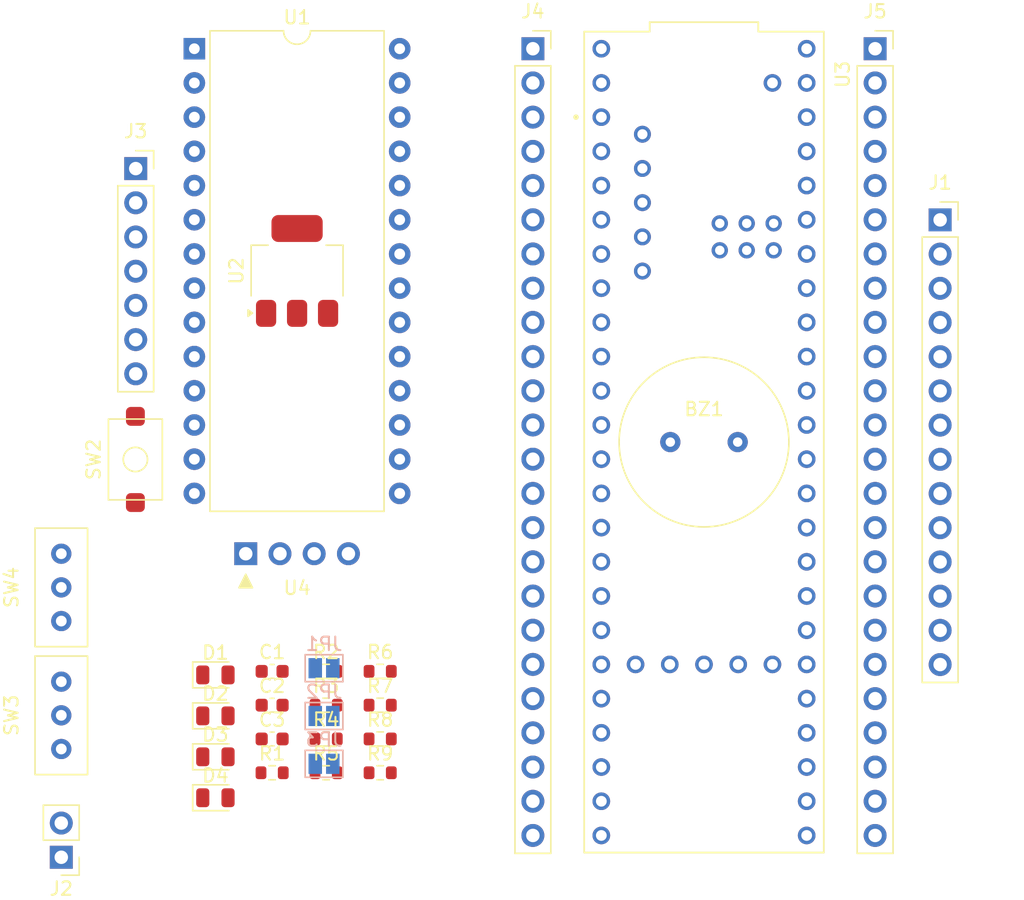
<source format=kicad_pcb>
(kicad_pcb (version 20240108) (generator "pcbnew") (generator_version "8.0")
  (layers (0 "F.Cu" signal) (31 "B.Cu" signal) (34 "B.Paste" user) (35 "F.Paste" user) (36 "B.SilkS" user "B.Silkscreen") (37 "F.SilkS" user "F.Silkscreen") (38 "B.Mask" user) (39 "F.Mask" user) (44 "Edge.Cuts" user))
  (net 0 "")
  (net 1 "GND")
  (net 2 "T-5")
  (net 3 "Net-(J2-Pin_1)")
  (net 4 "+3.3V")
  (net 5 "3.3-EXT.")
  (net 6 "Net-(D1-A)")
  (net 7 "Net-(D2-A)")
  (net 8 "Net-(D3-A)")
  (net 9 "Net-(D4-A)")
  (net 10 "T-26")
  (net 11 "DC-RS")
  (net 12 "T-27")
  (net 13 "D_IRQ")
  (net 14 "SCK")
  (net 15 "T-0")
  (net 16 "CS")
  (net 17 "RESET")
  (net 18 "SDI{slash}MOSI")
  (net 19 "T-1")
  (net 20 "SDO{slash}MISO")
  (net 21 "7")
  (net 23 "VBUS")
  (net 24 "21")
  (net 25 "RX-TWE")
  (net 26 "TX-TWE")
  (net 27 "T-30")
  (net 28 "T-28")
  (net 29 "T-29")
  (net 30 "T-32")
  (net 31 "3")
  (net 32 "T-31")
  (net 33 "T-24")
  (net 34 "T-9")
  (net 35 "10")
  (net 36 "T-25")
  (net 37 "T-6")
  (net 38 "T-14")
  (net 39 "T-35")
  (net 40 "T-40")
  (net 41 "T-37")
  (net 42 "T-41")
  (net 43 "T-18")
  (net 44 "T-34")
  (net 45 "T-15")
  (net 46 "T-36")
  (net 47 "T-38")
  (net 48 "T-17")
  (net 49 "T-21")
  (net 50 "T-19")
  (net 51 "T-39")
  (net 52 "T-20")
  (net 53 "T-22")
  (net 54 "T-23")
  (net 55 "T-16")
  (net 56 "T-33")
  (net 57 "VIN")
  (net 58 "Net-(JP3-A)")
  (net 59 "2")
  (net 60 "19")
  (net 61 "Net-(SW3-A)")
  (net 62 "Net-(SW4-A)")
  (net 63 "16")
  (net 64 "15")
  (net 65 "23")
  (net 66 "25")
  (net 67 "5")
  (net 68 "8")
  (net 69 "18")
  (net 70 "20")
  (net 71 "24")
  (net 72 "26")
  (net 73 "12")
  (net 74 "9")
  (net 75 "17")
  (net 76 "6")
  (net 77 "13")
  (net 78 "27")
  (net 79 "4")
  (net 80 "22")
  (net 81 "11")
  (footprint "@2024-cansat:SS12D01G4" (layer "F.Cu") (at 186.5 82 90)
    (property "Reference" "SW4" (at 0 -3.7 90) (layer "F.SilkS"))
    (property "Value" "SW_SPDT")
    (fp_rect (start 4.4 -1.95) (end -4.4 1.95) (stroke (width 0.12)) (fill none) (layer "F.SilkS"))
    (pad "1" thru_hole circle (at -2.5 0 90) (size 1.5 1.5) (drill 0.8) (layers "*.Cu" "*.Mask") (net 62 "Net-(SW4-A)"))
    (pad "2" thru_hole circle (at 0 0 90) (size 1.5 1.5) (drill 0.8) (layers "*.Cu" "*.Mask") (net 66 "25"))
    (pad "3" thru_hole circle (at 2.5 0 90) (size 1.5 1.5) (drill 0.8) (layers "*.Cu" "*.Mask") (net 1 "GND"))
  )
  (footprint "Capacitor_SMD:C_0603_1608Metric" (layer "F.Cu") (at 202.1475 90.745)
    (property "Reference" "C2" (at 0 -1.43 0) (layer "F.SilkS"))
    (property "Value" "0.1uF")
    (fp_line (start -0.14058 -0.51) (end 0.14058 -0.51) (stroke (width 0.12)) (layer "F.SilkS"))
    (fp_line (start -0.14058 0.51) (end 0.14058 0.51) (stroke (width 0.12)) (layer "F.SilkS"))
    (pad "1" smd roundrect (at -0.775 0) (size 0.9 0.95) (layers "F.Cu" "F.Paste" "F.Mask") (net 4 "+3.3V"))
    (pad "2" smd roundrect (at 0.775 0) (size 0.9 0.95) (layers "F.Cu" "F.Paste" "F.Mask") (net 1 "GND"))
  )
  (footprint "LED_SMD:LED_0805_2012Metric" (layer "F.Cu") (at 197.9375 91.54)
    (property "Reference" "D2" (at 0 -1.65 0) (layer "F.SilkS"))
    (property "Value" "PWR")
    (fp_line (start -1.685 -0.96) (end -1.685 0.96) (stroke (width 0.12)) (layer "F.SilkS"))
    (fp_line (start -1.685 0.96) (end 1 0.96) (stroke (width 0.12)) (layer "F.SilkS"))
    (fp_line (start 1 -0.96) (end -1.685 -0.96) (stroke (width 0.12)) (layer "F.SilkS"))
    (pad "1" smd roundrect (at -0.9375 0) (size 0.975 1.4) (layers "F.Cu" "F.Paste" "F.Mask") (net 1 "GND"))
    (pad "2" smd roundrect (at 0.9375 0) (size 0.975 1.4) (layers "F.Cu" "F.Paste" "F.Mask") (net 7 "Net-(D2-A)"))
  )
  (footprint "Resistor_SMD:R_0603_1608Metric" (layer "F.Cu") (at 206.1575 93.255)
    (property "Reference" "R4" (at 0 -1.43 0) (layer "F.SilkS"))
    (property "Value" "1K")
    (fp_line (start -0.237258 -0.5225) (end 0.237258 -0.5225) (stroke (width 0.12)) (layer "F.SilkS"))
    (fp_line (start -0.237258 0.5225) (end 0.237258 0.5225) (stroke (width 0.12)) (layer "F.SilkS"))
    (pad "1" smd roundrect (at -0.825 0) (size 0.8 0.95) (layers "F.Cu" "F.Paste" "F.Mask") (net 60 "19"))
    (pad "2" smd roundrect (at 0.825 0) (size 0.8 0.95) (layers "F.Cu" "F.Paste" "F.Mask") (net 4 "+3.3V"))
  )
  (footprint "Connector_PinHeader_2.54mm:PinHeader_1x02_P2.54mm_Vertical" (layer "F.Cu") (at 186.5 102.04 180)
    (property "Reference" "J2" (at 0 -2.33 360) (layer "F.SilkS"))
    (property "Value" "Ext. PWR")
    (fp_line (start 1.33 1.27) (end 1.33 3.87) (stroke (width 0.12)) (layer "F.SilkS"))
    (fp_line (start -1.33 3.87) (end 1.33 3.87) (stroke (width 0.12)) (layer "F.SilkS"))
    (fp_line (start -1.33 1.27) (end 1.33 1.27) (stroke (width 0.12)) (layer "F.SilkS"))
    (fp_line (start -1.33 1.27) (end -1.33 3.87) (stroke (width 0.12)) (layer "F.SilkS"))
    (fp_line (start -1.33 0) (end -1.33 -1.33) (stroke (width 0.12)) (layer "F.SilkS"))
    (fp_line (start -1.33 -1.33) (end 0 -1.33) (stroke (width 0.12)) (layer "F.SilkS"))
    (pad "1" thru_hole rect (at 0 0 180) (size 1.7 1.7) (drill 1) (layers "*.Cu" "*.Mask") (net 3 "Net-(J2-Pin_1)"))
    (pad "2" thru_hole oval (at 0 2.54 180) (size 1.7 1.7) (drill 1) (layers "*.Cu" "*.Mask") (net 1 "GND"))
  )
  (footprint "LED_SMD:LED_0805_2012Metric" (layer "F.Cu") (at 197.9375 88.5)
    (property "Reference" "D1" (at 0 -1.65 0) (layer "F.SilkS"))
    (property "Value" "PWR")
    (fp_line (start -1.685 -0.96) (end -1.685 0.96) (stroke (width 0.12)) (layer "F.SilkS"))
    (fp_line (start -1.685 0.96) (end 1 0.96) (stroke (width 0.12)) (layer "F.SilkS"))
    (fp_line (start 1 -0.96) (end -1.685 -0.96) (stroke (width 0.12)) (layer "F.SilkS"))
    (pad "1" smd roundrect (at -0.9375 0) (size 0.975 1.4) (layers "F.Cu" "F.Paste" "F.Mask") (net 1 "GND"))
    (pad "2" smd roundrect (at 0.9375 0) (size 0.975 1.4) (layers "F.Cu" "F.Paste" "F.Mask") (net 6 "Net-(D1-A)"))
  )
  (footprint "Resistor_SMD:R_0603_1608Metric" (layer "F.Cu") (at 210.1675 90.745)
    (property "Reference" "R7" (at 0 -1.43 0) (layer "F.SilkS"))
    (property "Value" "R_Small")
    (fp_line (start -0.237258 -0.5225) (end 0.237258 -0.5225) (stroke (width 0.12)) (layer "F.SilkS"))
    (fp_line (start -0.237258 0.5225) (end 0.237258 0.5225) (stroke (width 0.12)) (layer "F.SilkS"))
    (pad "1" smd roundrect (at -0.825 0) (size 0.8 0.95) (layers "F.Cu" "F.Paste" "F.Mask") (net 62 "Net-(SW4-A)"))
    (pad "2" smd roundrect (at 0.825 0) (size 0.8 0.95) (layers "F.Cu" "F.Paste" "F.Mask") (net 4 "+3.3V"))
  )
  (footprint "Resistor_SMD:R_0603_1608Metric" (layer "F.Cu") (at 206.1575 95.765)
    (property "Reference" "R5" (at 0 -1.43 0) (layer "F.SilkS"))
    (property "Value" "10K")
    (fp_line (start -0.237258 -0.5225) (end 0.237258 -0.5225) (stroke (width 0.12)) (layer "F.SilkS"))
    (fp_line (start -0.237258 0.5225) (end 0.237258 0.5225) (stroke (width 0.12)) (layer "F.SilkS"))
    (pad "1" smd roundrect (at -0.825 0) (size 0.8 0.95) (layers "F.Cu" "F.Paste" "F.Mask") (net 4 "+3.3V"))
    (pad "2" smd roundrect (at 0.825 0) (size 0.8 0.95) (layers "F.Cu" "F.Paste" "F.Mask") (net 24 "21"))
  )
  (footprint "@2024-cansat:Display" (layer "F.Cu") (at 204 79.5)
    (property "Reference" "U4" (at 0 2.54 0) (layer "F.SilkS"))
    (property "Value" "~" (hide yes))
    (fp_poly (pts (xy -3.81 1.524) (xy -3.31 2.524) (xy -4.31 2.524)) (stroke (width 0.12)) (fill solid) (layer "F.SilkS"))
    (pad "1" thru_hole rect (at -3.81 0 90) (size 1.7 1.7) (drill 1) (layers "*.Cu" "*.Mask") (net 1 "GND"))
    (pad "2" thru_hole oval (at -1.27 0 90) (size 1.7 1.7) (drill 1) (layers "*.Cu" "*.Mask") (net 4 "+3.3V"))
    (pad "3" thru_hole oval (at 1.27 0 90) (size 1.7 1.7) (drill 1) (layers "*.Cu" "*.Mask") (net 59 "2"))
    (pad "4" thru_hole oval (at 3.81 0 90) (size 1.7 1.7) (drill 1) (layers "*.Cu" "*.Mask") (net 60 "19"))
  )
  (footprint "Connector_PinSocket_2.54mm:PinSocket_1x24_P2.54mm_Vertical" (layer "F.Cu") (at 246.9 42)
    (property "Reference" "J5" (at 0 -2.77 0) (layer "F.SilkS"))
    (property "Value" "Conn_01x24_Pin")
    (fp_line (start -1.33 1.27) (end -1.33 59.75) (stroke (width 0.12)) (layer "F.SilkS"))
    (fp_line (start -1.33 1.27) (end 1.33 1.27) (stroke (width 0.12)) (layer "F.SilkS"))
    (fp_line (start -1.33 59.75) (end 1.33 59.75) (stroke (width 0.12)) (layer "F.SilkS"))
    (fp_line (start 0 -1.33) (end 1.33 -1.33) (stroke (width 0.12)) (layer "F.SilkS"))
    (fp_line (start 1.33 -1.33) (end 1.33 0) (stroke (width 0.12)) (layer "F.SilkS"))
    (fp_line (start 1.33 1.27) (end 1.33 59.75) (stroke (width 0.12)) (layer "F.SilkS"))
    (pad "1" thru_hole rect (at 0 0) (size 1.7 1.7) (drill 1) (layers "*.Cu" "*.Mask") (net 57 "VIN"))
    (pad "2" thru_hole oval (at 0 2.54) (size 1.7 1.7) (drill 1) (layers "*.Cu" "*.Mask") (net 1 "GND"))
    (pad "3" thru_hole oval (at 0 5.08) (size 1.7 1.7) (drill 1) (layers "*.Cu" "*.Mask") (net 4 "+3.3V"))
    (pad "4" thru_hole oval (at 0 7.62) (size 1.7 1.7) (drill 1) (layers "*.Cu" "*.Mask") (net 54 "T-23"))
    (pad "5" thru_hole oval (at 0 10.16) (size 1.7 1.7) (drill 1) (layers "*.Cu" "*.Mask") (net 53 "T-22"))
    (pad "6" thru_hole oval (at 0 12.7) (size 1.7 1.7) (drill 1) (layers "*.Cu" "*.Mask") (net 49 "T-21"))
    (pad "7" thru_hole oval (at 0 15.24) (size 1.7 1.7) (drill 1) (layers "*.Cu" "*.Mask") (net 52 "T-20"))
    (pad "8" thru_hole oval (at 0 17.78) (size 1.7 1.7) (drill 1) (layers "*.Cu" "*.Mask") (net 50 "T-19"))
    (pad "9" thru_hole oval (at 0 20.32) (size 1.7 1.7) (drill 1) (layers "*.Cu" "*.Mask") (net 43 "T-18"))
    (pad "10" thru_hole oval (at 0 22.86) (size 1.7 1.7) (drill 1) (layers "*.Cu" "*.Mask") (net 48 "T-17"))
    (pad "11" thru_hole oval (at 0 25.4) (size 1.7 1.7) (drill 1) (layers "*.Cu" "*.Mask") (net 55 "T-16"))
    (pad "12" thru_hole oval (at 0 27.94) (size 1.7 1.7) (drill 1) (layers "*.Cu" "*.Mask") (net 45 "T-15"))
    (pad "13" thru_hole oval (at 0 30.48) (size 1.7 1.7) (drill 1) (layers "*.Cu" "*.Mask") (net 38 "T-14"))
    (pad "14" thru_hole oval (at 0 33.02) (size 1.7 1.7) (drill 1) (layers "*.Cu" "*.Mask") (net 14 "SCK"))
    (pad "15" thru_hole oval (at 0 35.56) (size 1.7 1.7) (drill 1) (layers "*.Cu" "*.Mask") (net 1 "GND"))
    (pad "16" thru_hole oval (at 0 38.1) (size 1.7 1.7) (drill 1) (layers "*.Cu" "*.Mask") (net 42 "T-41"))
    (pad "17" thru_hole oval (at 0 40.64) (size 1.7 1.7) (drill 1) (layers "*.Cu" "*.Mask") (net 40 "T-40"))
    (pad "18" thru_hole oval (at 0 43.18) (size 1.7 1.7) (drill 1) (layers "*.Cu" "*.Mask") (net 51 "T-39"))
    (pad "19" thru_hole oval (at 0 45.72) (size 1.7 1.7) (drill 1) (layers "*.Cu" "*.Mask") (net 47 "T-38"))
    (pad "20" thru_hole oval (at 0 48.26) (size 1.7 1.7) (drill 1) (layers "*.Cu" "*.Mask") (net 41 "T-37"))
    (pad "21" thru_hole oval (at 0 50.8) (size 1.7 1.7) (drill 1) (layers "*.Cu" "*.Mask") (net 46 "T-36"))
    (pad "22" thru_hole oval (at 0 53.34) (size 1.7 1.7) (drill 1) (layers "*.Cu" "*.Mask") (net 39 "T-35"))
    (pad "23" thru_hole oval (at 0 55.88) (size 1.7 1.7) (drill 1) (layers "*.Cu" "*.Mask") (net 44 "T-34"))
    (pad "24" thru_hole oval (at 0 58.42) (size 1.7 1.7) (drill 1) (layers "*.Cu" "*.Mask") (net 56 "T-33"))
  )
  (footprint "Capacitor_SMD:C_0603_1608Metric" (layer "F.Cu") (at 202.1475 93.255)
    (property "Reference" "C3" (at 0 -1.43 0) (layer "F.SilkS"))
    (property "Value" "10uF")
    (fp_line (start -0.14058 -0.51) (end 0.14058 -0.51) (stroke (width 0.12)) (layer "F.SilkS"))
    (fp_line (start -0.14058 0.51) (end 0.14058 0.51) (stroke (width 0.12)) (layer "F.SilkS"))
    (pad "1" smd roundrect (at -0.775 0) (size 0.9 0.95) (layers "F.Cu" "F.Paste" "F.Mask") (net 5 "3.3-EXT."))
    (pad "2" smd roundrect (at 0.775 0) (size 0.9 0.95) (layers "F.Cu" "F.Paste" "F.Mask") (net 1 "GND"))
  )
  (footprint "Resistor_SMD:R_0603_1608Metric" (layer "F.Cu") (at 210.1675 88.235)
    (property "Reference" "R6" (at 0 -1.43 0) (layer "F.SilkS"))
    (property "Value" "R_Small")
    (fp_line (start -0.237258 -0.5225) (end 0.237258 -0.5225) (stroke (width 0.12)) (layer "F.SilkS"))
    (fp_line (start -0.237258 0.5225) (end 0.237258 0.5225) (stroke (width 0.12)) (layer "F.SilkS"))
    (pad "1" smd roundrect (at -0.825 0) (size 0.8 0.95) (layers "F.Cu" "F.Paste" "F.Mask") (net 61 "Net-(SW3-A)"))
    (pad "2" smd roundrect (at 0.825 0) (size 0.8 0.95) (layers "F.Cu" "F.Paste" "F.Mask") (net 4 "+3.3V"))
  )
  (footprint "Resistor_SMD:R_0603_1608Metric" (layer "F.Cu") (at 202.1475 95.765)
    (property "Reference" "R1" (at 0 -1.43 0) (layer "F.SilkS"))
    (property "Value" "330")
    (fp_line (start -0.237258 -0.5225) (end 0.237258 -0.5225) (stroke (width 0.12)) (layer "F.SilkS"))
    (fp_line (start -0.237258 0.5225) (end 0.237258 0.5225) (stroke (width 0.12)) (layer "F.SilkS"))
    (pad "1" smd roundrect (at -0.825 0) (size 0.8 0.95) (layers "F.Cu" "F.Paste" "F.Mask") (net 5 "3.3-EXT."))
    (pad "2" smd roundrect (at 0.825 0) (size 0.8 0.95) (layers "F.Cu" "F.Paste" "F.Mask") (net 6 "Net-(D1-A)"))
  )
  (footprint "Package_DIP:DIP-28_W15.24mm" (layer "F.Cu") (at 196.375 42)
    (property "Reference" "U1" (at 7.62 -2.33 0) (layer "F.SilkS"))
    (property "Value" "TWE-L-DP-W")
    (fp_line (start 1.16 -1.33) (end 1.16 34.35) (stroke (width 0.12)) (layer "F.SilkS"))
    (fp_line (start 1.16 34.35) (end 14.08 34.35) (stroke (width 0.12)) (layer "F.SilkS"))
    (fp_line (start 6.62 -1.33) (end 1.16 -1.33) (stroke (width 0.12)) (layer "F.SilkS"))
    (fp_line (start 14.08 -1.33) (end 8.62 -1.33) (stroke (width 0.12)) (layer "F.SilkS"))
    (fp_line (start 14.08 34.35) (end 14.08 -1.33) (stroke (width 0.12)) (layer "F.SilkS"))
    (fp_arc (start 8.62 -1.33) (mid 7.62 -0.33) (end 6.62 -1.33) (stroke (width 0.12)) (layer "F.SilkS"))
    (pad "1" thru_hole rect (at 0 0) (size 1.6 1.6) (drill 0.8) (layers "*.Cu" "*.Mask") (net 1 "GND"))
    (pad "2" thru_hole oval (at 0 2.54) (size 1.6 1.6) (drill 0.8) (layers "*.Cu" "*.Mask") (net 59 "2"))
    (pad "3" thru_hole oval (at 0 5.08) (size 1.6 1.6) (drill 0.8) (layers "*.Cu" "*.Mask") (net 31 "3"))
    (pad "4" thru_hole oval (at 0 7.62) (size 1.6 1.6) (drill 0.8) (layers "*.Cu" "*.Mask") (net 79 "4"))
    (pad "5" thru_hole oval (at 0 10.16) (size 1.6 1.6) (drill 0.8) (layers "*.Cu" "*.Mask") (net 67 "5"))
    (pad "6" thru_hole oval (at 0 12.7) (size 1.6 1.6) (drill 0.8) (layers "*.Cu" "*.Mask") (net 76 "6"))
    (pad "7" thru_hole oval (at 0 15.24) (size 1.6 1.6) (drill 0.8) (layers "*.Cu" "*.Mask") (net 21 "7"))
    (pad "8" thru_hole oval (at 0 17.78) (size 1.6 1.6) (drill 0.8) (layers "*.Cu" "*.Mask") (net 68 "8"))
    (pad "9" thru_hole oval (at 0 20.32) (size 1.6 1.6) (drill 0.8) (layers "*.Cu" "*.Mask") (net 74 "9"))
    (pad "10" thru_hole oval (at 0 22.86) (size 1.6 1.6) (drill 0.8) (layers "*.Cu" "*.Mask") (net 35 "10"))
    (pad "11" thru_hole oval (at 0 25.4) (size 1.6 1.6) (drill 0.8) (layers "*.Cu" "*.Mask") (net 81 "11"))
    (pad "12" thru_hole oval (at 0 27.94) (size 1.6 1.6) (drill 0.8) (layers "*.Cu" "*.Mask") (net 73 "12"))
    (pad "13" thru_hole oval (at 0 30.48) (size 1.6 1.6) (drill 0.8) (layers "*.Cu" "*.Mask") (net 77 "13"))
    (pad "14" thru_hole oval (at 0 33.02) (size 1.6 1.6) (drill 0.8) (layers "*.Cu" "*.Mask") (net 1 "GND"))
    (pad "15" thru_hole oval (at 15.24 33.02) (size 1.6 1.6) (drill 0.8) (layers "*.Cu" "*.Mask") (net 64 "15"))
    (pad "16" thru_hole oval (at 15.24 30.48) (size 1.6 1.6) (drill 0.8) (layers "*.Cu" "*.Mask") (net 63 "16"))
    (pad "17" thru_hole oval (at 15.24 27.94) (size 1.6 1.6) (drill 0.8) (layers "*.Cu" "*.Mask") (net 75 "17"))
    (pad "18" thru_hole oval (at 15.24 25.4) (size 1.6 1.6) (drill 0.8) (layers "*.Cu" "*.Mask") (net 69 "18"))
    (pad "19" thru_hole oval (at 15.24 22.86) (size 1.6 1.6) (drill 0.8) (layers "*.Cu" "*.Mask") (net 60 "19"))
    (pad "20" thru_hole oval (at 15.24 20.32) (size 1.6 1.6) (drill 0.8) (layers "*.Cu" "*.Mask") (net 70 "20"))
    (pad "21" thru_hole oval (at 15.24 17.78) (size 1.6 1.6) (drill 0.8) (layers "*.Cu" "*.Mask") (net 24 "21"))
    (pad "22" thru_hole oval (at 15.24 15.24) (size 1.6 1.6) (drill 0.8) (layers "*.Cu" "*.Mask") (net 80 "22"))
    (pad "23" thru_hole oval (at 15.24 12.7) (size 1.6 1.6) (drill 0.8) (layers "*.Cu" "*.Mask") (net 65 "23"))
    (pad "24" thru_hole oval (at 15.24 10.16) (size 1.6 1.6) (drill 0.8) (layers "*.Cu" "*.Mask") (net 71 "24"))
    (pad "25" thru_hole oval (at 15.24 7.62) (size 1.6 1.6) (drill 0.8) (layers "*.Cu" "*.Mask") (net 66 "25"))
    (pad "26" thru_hole oval (at 15.24 5.08) (size 1.6 1.6) (drill 0.8) (layers "*.Cu" "*.Mask") (net 72 "26"))
    (pad "27" thru_hole oval (at 15.24 2.54) (size 1.6 1.6) (drill 0.8) (layers "*.Cu" "*.Mask") (net 78 "27"))
    (pad "28" thru_hole oval (at 15.24 0) (size 1.6 1.6) (drill 0.8) (layers "*.Cu" "*.Mask") (net 4 "+3.3V"))
  )
  (footprint "@2024-cansat:SS12D01G4" (layer "F.Cu") (at 186.5 91.5 90)
    (property "Reference" "SW3" (at 0 -3.7 90) (layer "F.SilkS"))
    (property "Value" "SW_SPDT")
    (fp_rect (start 4.4 -1.95) (end -4.4 1.95) (stroke (width 0.12)) (fill none) (layer "F.SilkS"))
    (pad "1" thru_hole circle (at -2.5 0 90) (size 1.5 1.5) (drill 0.8) (layers "*.Cu" "*.Mask") (net 61 "Net-(SW3-A)"))
    (pad "2" thru_hole circle (at 0 0 90) (size 1.5 1.5) (drill 0.8) (layers "*.Cu" "*.Mask") (net 65 "23"))
    (pad "3" thru_hole circle (at 2.5 0 90) (size 1.5 1.5) (drill 0.8) (layers "*.Cu" "*.Mask") (net 1 "GND"))
  )
  (footprint "Connector_PinSocket_2.54mm:PinSocket_1x07_P2.54mm_Vertical" (layer "F.Cu") (at 192.025 50.9)
    (property "Reference" "J3" (at 0 -2.77 0) (layer "F.SilkS"))
    (property "Value" "Conn_01x07_Pin")
    (fp_line (start -1.33 1.27) (end -1.33 16.57) (stroke (width 0.12)) (layer "F.SilkS"))
    (fp_line (start -1.33 1.27) (end 1.33 1.27) (stroke (width 0.12)) (layer "F.SilkS"))
    (fp_line (start -1.33 16.57) (end 1.33 16.57) (stroke (width 0.12)) (layer "F.SilkS"))
    (fp_line (start 0 -1.33) (end 1.33 -1.33) (stroke (width 0.12)) (layer "F.SilkS"))
    (fp_line (start 1.33 -1.33) (end 1.33 0) (stroke (width 0.12)) (layer "F.SilkS"))
    (fp_line (start 1.33 1.27) (end 1.33 16.57) (stroke (width 0.12)) (layer "F.SilkS"))
    (pad "1" thru_hole rect (at 0 0) (size 1.7 1.7) (drill 1) (layers "*.Cu" "*.Mask") (net 1 "GND"))
    (pad "2" thru_hole oval (at 0 2.54) (size 1.7 1.7) (drill 1) (layers "*.Cu" "*.Mask") (net 26 "TX-TWE"))
    (pad "3" thru_hole oval (at 0 5.08) (size 1.7 1.7) (drill 1) (layers "*.Cu" "*.Mask") (net 21 "7"))
    (pad "4" thru_hole oval (at 0 7.62) (size 1.7 1.7) (drill 1) (layers "*.Cu" "*.Mask") (net 25 "RX-TWE"))
    (pad "5" thru_hole oval (at 0 10.16) (size 1.7 1.7) (drill 1) (layers "*.Cu" "*.Mask") (net 24 "21"))
    (pad "6" thru_hole oval (at 0 12.7) (size 1.7 1.7) (drill 1) (layers "*.Cu" "*.Mask") (net 23 "VBUS"))
    (pad "7" thru_hole oval (at 0 15.24) (size 1.7 1.7) (drill 1) (layers "*.Cu" "*.Mask"))
  )
  (footprint "LED_SMD:LED_0805_2012Metric" (layer "F.Cu") (at 197.9375 97.62)
    (property "Reference" "D4" (at 0 -1.65 0) (layer "F.SilkS"))
    (property "Value" "LED2")
    (fp_line (start -1.685 -0.96) (end -1.685 0.96) (stroke (width 0.12)) (layer "F.SilkS"))
    (fp_line (start -1.685 0.96) (end 1 0.96) (stroke (width 0.12)) (layer "F.SilkS"))
    (fp_line (start 1 -0.96) (end -1.685 -0.96) (stroke (width 0.12)) (layer "F.SilkS"))
    (pad "1" smd roundrect (at -0.9375 0) (size 0.975 1.4) (layers "F.Cu" "F.Paste" "F.Mask") (net 1 "GND"))
    (pad "2" smd roundrect (at 0.9375 0) (size 0.975 1.4) (layers "F.Cu" "F.Paste" "F.Mask") (net 9 "Net-(D4-A)"))
  )
  (footprint "Resistor_SMD:R_0603_1608Metric" (layer "F.Cu") (at 206.1575 88.235)
    (property "Reference" "R2" (at 0 -1.43 0) (layer "F.SilkS"))
    (property "Value" "330")
    (fp_line (start -0.237258 -0.5225) (end 0.237258 -0.5225) (stroke (width 0.12)) (layer "F.SilkS"))
    (fp_line (start -0.237258 0.5225) (end 0.237258 0.5225) (stroke (width 0.12)) (layer "F.SilkS"))
    (pad "1" smd roundrect (at -0.825 0) (size 0.8 0.95) (layers "F.Cu" "F.Paste" "F.Mask") (net 4 "+3.3V"))
    (pad "2" smd roundrect (at 0.825 0) (size 0.8 0.95) (layers "F.Cu" "F.Paste" "F.Mask") (net 7 "Net-(D2-A)"))
  )
  (footprint "@2024-cansat:Tactile1" (layer "F.Cu") (at 192 72.5 90)
    (property "Reference" "SW2" (at 0 -3.1 90) (layer "F.SilkS"))
    (property "Value" "RESET")
    (fp_rect (start -3 -2) (end 3 2) (stroke (width 0.12)) (fill none) (layer "F.SilkS"))
    (fp_circle (center 0 0) (end 0.9 0) (stroke (width 0.12)) (fill none) (layer "F.SilkS"))
    (pad "1" smd roundrect (at -3.2 0 90) (size 1.4 1.4) (layers "F.Cu" "F.Paste" "F.Mask") (net 24 "21"))
    (pad "2" smd roundrect (at 3.2 0 90) (size 1.4 1.4) (layers "F.Cu" "F.Paste" "F.Mask") (net 1 "GND"))
  )
  (footprint "@2024-cansat:MODULE_DEV-16771" (layer "F.Cu") (at 234.2 71.21 -90)
    (property "Reference" "U3" (at -27.305 -10.295 90) (layer "F.SilkS"))
    (property "Value" "DEV-16771")
    (fp_line (start -30.48 8.89) (end -30.48 4.03) (stroke (width 0.127)) (layer "F.SilkS"))
    (fp_line (start 30.48 8.89) (end -30.48 8.89) (stroke (width 0.127)) (layer "F.SilkS"))
    (fp_line (start -31.18 4.03) (end -31.18 -4.03) (stroke (width 0.127)) (layer "F.SilkS"))
    (fp_line (start -30.48 4.03) (end -31.18 4.03) (stroke (width 0.127)) (layer "F.SilkS"))
    (fp_line (start -30.48 -4.03) (end -31.18 -4.03) (stroke (width 0.127)) (layer "F.SilkS"))
    (fp_line (start -30.48 -8.89) (end -30.48 -4.03) (stroke (width 0.127)) (layer "F.SilkS"))
    (fp_line (start -30.48 -8.89) (end 30.48 -8.89) (stroke (width 0.127)) (layer "F.SilkS"))
    (fp_line (start 30.48 -8.89) (end 30.48 8.89) (stroke (width 0.127)) (layer "F.SilkS"))
    (fp_circle (center -24.13 9.5) (end -24.03 9.5) (stroke (width 0.2)) (fill none) (layer "F.SilkS"))
    (pad "0" thru_hole circle (at -26.67 7.62 270) (size 1.308 1.308) (drill 0.8) (layers "*.Cu" "*.Mask") (net 15 "T-0"))
    (pad "1" thru_hole circle (at -24.13 7.62 270) (size 1.308 1.308) (drill 0.8) (layers "*.Cu" "*.Mask") (net 19 "T-1"))
    (pad "2" thru_hole circle (at -21.59 7.62 270) (size 1.308 1.308) (drill 0.8) (layers "*.Cu" "*.Mask") (net 17 "RESET"))
    (pad "3" thru_hole circle (at -19.05 7.62 270) (size 1.308 1.308) (drill 0.8) (layers "*.Cu" "*.Mask") (net 11 "DC-RS"))
    (pad "3.3V_1" thru_hole circle (at 6.35 7.62 270) (size 1.308 1.308) (drill 0.8) (layers "*.Cu" "*.Mask") (net 58 "Net-(JP3-A)"))
    (pad "3.3V_2" thru_hole circle (at -24.13 -7.62 270) (size 1.308 1.308) (drill 0.8) (layers "*.Cu" "*.Mask") (net 58 "Net-(JP3-A)"))
    (pad "3.3V_3" thru_hole circle (at 16.51 2.54 270) (size 1.308 1.308) (drill 0.8) (layers "*.Cu" "*.Mask") (net 58 "Net-(JP3-A)"))
    (pad "4" thru_hole circle (at -16.51 7.62 270) (size 1.308 1.308) (drill 0.8) (layers "*.Cu" "*.Mask") (net 13 "D_IRQ"))
    (pad "5" thru_hole circle (at -13.97 7.62 270) (size 1.308 1.308) (drill 0.8) (layers "*.Cu" "*.Mask") (net 2 "T-5"))
    (pad "5V" thru_hole circle (at -22.86 4.57 270) (size 1.258 1.258) (drill 0.75) (layers "*.Cu" "*.Mask"))
    (pad "6" thru_hole circle (at -11.43 7.62 270) (size 1.308 1.308) (drill 0.8) (layers "*.Cu" "*.Mask") (net 37 "T-6"))
    (pad "7" thru_hole circle (at -8.89 7.62 270) (size 1.308 1.308) (drill 0.8) (layers "*.Cu" "*.Mask") (net 31 "3"))
    (pad "8" thru_hole circle (at -6.35 7.62 270) (size 1.308 1.308) (drill 0.8) (layers "*.Cu" "*.Mask") (net 35 "10"))
    (pad "9" thru_hole circle (at -3.81 7.62 270) (size 1.308 1.308) (drill 0.8) (layers "*.Cu" "*.Mask") (net 34 "T-9"))
    (pad "10" thru_hole circle (at -1.27 7.62 270) (size 1.308 1.308) (drill 0.8) (layers "*.Cu" "*.Mask") (net 16 "CS"))
    (pad "11" thru_hole circle (at 1.27 7.62 270) (size 1.308 1.308) (drill 0.8) (layers "*.Cu" "*.Mask") (net 18 "SDI{slash}MOSI"))
    (pad "12" thru_hole circle (at 3.81 7.62 270) (size 1.308 1.308) (drill 0.8) (layers "*.Cu" "*.Mask") (net 20 "SDO{slash}MISO"))
    (pad "13" thru_hole circle (at 3.81 -7.62 270) (size 1.308 1.308) (drill 0.8) (layers "*.Cu" "*.Mask") (net 14 "SCK"))
    (pad "14" thru_hole circle (at 1.27 -7.62 270) (size 1.308 1.308) (drill 0.8) (layers "*.Cu" "*.Mask") (net 38 "T-14"))
    (pad "15" thru_hole circle (at -1.27 -7.62 270) (size 1.308 1.308) (drill 0.8) (layers "*.Cu" "*.Mask") (net 45 "T-15"))
    (pad "16" thru_hole circle (at -3.81 -7.62 270) (size 1.308 1.308) (drill 0.8) (layers "*.Cu" "*.Mask") (net 55 "T-16"))
    (pad "17" thru_hole circle (at -6.35 -7.62 270) (size 1.308 1.308) (drill 0.8) (layers "*.Cu" "*.Mask") (net 48 "T-17"))
    (pad "18" thru_hole circle (at -8.89 -7.62 270) (size 1.308 1.308) (drill 0.8) (layers "*.Cu" "*.Mask") (net 43 "T-18"))
    (pad "19" thru_hole circle (at -11.43 -7.62 270) (size 1.308 1.308) (drill 0.8) (layers "*.Cu" "*.Mask") (net 50 "T-19"))
    (pad "20" thru_hole circle (at -13.97 -7.62 270) (size 1.308 1.308) (drill 0.8) (layers "*.Cu" "*.Mask") (net 52 "T-20"))
    (pad "21" thru_hole circle (at -16.51 -7.62 270) (size 1.308 1.308) (drill 0.8) (layers "*.Cu" "*.Mask") (net 49 "T-21"))
    (pad "22" thru_hole circle (at -19.05 -7.62 270) (size 1.308 1.308) (drill 0.8) (layers "*.Cu" "*.Mask") (net 53 "T-22"))
    (pad "23" thru_hole circle (at -21.59 -7.62 270) (size 1.308 1.308) (drill 0.8) (layers "*.Cu" "*.Mask") (net 54 "T-23"))
    (pad "24" thru_hole circle (at 8.89 7.62 270) (size 1.308 1.308) (drill 0.8) (layers "*.Cu" "*.Mask") (net 33 "T-24"))
    (pad "25" thru_hole circle (at 11.43 7.62 270) (size 1.308 1.308) (drill 0.8) (layers "*.Cu" "*.Mask") (net 36 "T-25"))
    (pad "26" thru_hole circle (at 13.97 7.62 270) (size 1.308 1.308) (drill 0.8) (layers "*.Cu" "*.Mask") (net 10 "T-26"))
    (pad "27" thru_hole circle (at 16.51 7.62 270) (size 1.308 1.308) (drill 0.8) (layers "*.Cu" "*.Mask") (net 12 "T-27"))
    (pad "28" thru_hole circle (at 19.05 7.62 270) (size 1.308 1.308) (drill 0.8) (layers "*.Cu" "*.Mask") (net 28 "T-28"))
    (pad "29" thru_hole circle (at 21.59 7.62 270) (size 1.308 1.308) (drill 0.8) (layers "*.Cu" "*.Mask") (net 29 "T-29"))
    (pad "30" thru_hole circle (at 24.13 7.62 270) (size 1.308 1.308) (drill 0.8) (layers "*.Cu" "*.Mask") (net 27 "T-30"))
    (pad "31" thru_hole circle (at 26.67 7.62 270) (size 1.308 1.308) (drill 0.8) (layers "*.Cu" "*.Mask") (net 32 "T-31"))
    (pad "32" thru_hole circle (at 29.21 7.62 270) (size 1.308 1.308) (drill 0.8) (layers "*.Cu" "*.Mask") (net 30 "T-32"))
    (pad "33" thru_hole circle (at 29.21 -7.62 270) (size 1.308 1.308) (drill 0.8) (layers "*.Cu" "*.Mask") (net 56 "T-33"))
    (pad "34" thru_hole circle (at 26.67 -7.62 270) (size 1.308 1.308) (drill 0.8) (layers "*.Cu" "*.Mask") (net 44 "T-34"))
    (pad "35" thru_hole circle (at 24.13 -7.62 270) (size 1.308 1.308) (drill 0.8) (layers "*.Cu" "*.Mask") (net 39 "T-35"))
    (pad "36" thru_hole circle (at 21.59 -7.62 270) (size 1.308 1.308) (drill 0.8) (layers "*.Cu" "*.Mask") (net 46 "T-36"))
    (pad "37" thru_hole circle (at 19.05 -7.62 270) (size 1.308 1.308) (drill 0.8) (layers "*.Cu" "*.Mask") (net 41 "T-37"))
    (pad "38" thru_hole circle (at 16.51 -7.62 270) (size 1.308 1.308) (drill 0.8) (layers "*.Cu" "*.Mask") (net 47 "T-38"))
    (pad "39" thru_hole circle (at 13.97 -7.62 270) (size 1.308 1.308) (drill 0.8) (layers "*.Cu" "*.Mask") (net 51 "T-39"))
    (pad "40" thru_hole circle (at 11.43 -7.62 270) (size 1.308 1.308) (drill 0.8) (layers "*.Cu" "*.Mask") (net 40 "T-40"))
    (pad "41" thru_hole circle (at 8.89 -7.62 270) (size 1.308 1.308) (drill 0.8) (layers "*.Cu" "*.Mask") (net 42 "T-41"))
    (pad "D+" thru_hole circle (at -17.78 4.57 270) (size 1.258 1.258) (drill 0.75) (layers "*.Cu" "*.Mask"))
    (pad "D-" thru_hole circle (at -20.32 4.57 270) (size 1.258 1.258) (drill 0.75) (layers "*.Cu" "*.Mask"))
    (pad "GND1" thru_hole circle (at -29.21 7.62 270) (size 1.308 1.308) (drill 0.8) (layers "*.Cu" "*.Mask") (net 1 "GND"))
    (pad "GND2" thru_hole circle (at 6.35 -7.62 270) (size 1.308 1.308) (drill 0.8) (layers "*.Cu" "*.Mask") (net 1 "GND"))
    (pad "GND3" thru_hole circle (at -26.67 -7.62 270) (size 1.308 1.308) (drill 0.8) (layers "*.Cu" "*.Mask") (net 1 "GND"))
    (pad "GND4" thru_hole circle (at 16.51 0 270) (size 1.308 1.308) (drill 0.8) (layers "*.Cu" "*.Mask") (net 1 "GND"))
    (pad "GND5" thru_hole circle (at -14.24 -3.17 270) (size 1.208 1.208) (drill 0.7) (layers "*.Cu" "*.Mask") (net 1 "GND"))
    (pad "LED" thru_hole circle (at -16.24 -3.17 270) (size 1.208 1.208) (drill 0.7) (layers "*.Cu" "*.Mask"))
    (pad "ON/OFF" thru_hole circle (at 16.51 -5.08 270) (size 1.308 1.308) (drill 0.8) (layers "*.Cu" "*.Mask"))
    (pad "PROGRAM" thru_hole circle (at 16.51 -2.54 270) (size 1.308 1.308) (drill 0.8) (layers "*.Cu" "*.Mask"))
    (pad "R+" thru_hole circle (at -16.24 -5.17 270) (size 1.208 1.208) (drill 0.7) (layers "*.Cu" "*.Mask"))
    (pad "R-" thru_hole circle (at -14.24 -5.17 270) (size 1.208 1.208) (drill 0.7) (layers "*.Cu" "*.Mask"))
    (pad "T+" thru_hole circle (at -14.24 -1.17 270) (size 1.208 1.208) (drill 0.7) (layers "*.Cu" "*.Mask"))
    (pad "T-" thru_hole circle (at -16.24 -1.17 270) (size 1.208 1.208) (drill 0.7) (layers "*.Cu" "*.Mask"))
    (pad "USB_GND1" thru_hole circle (at -15.24 4.57 270) (size 1.258 1.258) (drill 0.75) (layers "*.Cu" "*.Mask") (net 1 "GND"))
    (pad "USB_GND2" thru_hole circle (at -12.7 4.57 270) (size 1.258 1.258) (drill 0.75) (layers "*.Cu" "*.Mask") (net 1 "GND"))
    (pad "VBAT" thru_hole circle (at 16.51 5.08 270) (size 1.308 1.308) (drill 0.8) (layers "*.Cu" "*.Mask"))
    (pad "VIN" thru_hole circle (at -29.21 -7.62 270) (size 1.308 1.308) (drill 0.8) (layers "*.Cu" "*.Mask") (net 57 "VIN"))
    (pad "VUSB" thru_hole circle (at -26.67 -5.08 270) (size 1.308 1.308) (drill 0.8) (layers "*.Cu" "*.Mask"))
  )
  (footprint "Resistor_SMD:R_0603_1608Metric" (layer "F.Cu") (at 210.1675 93.255)
    (property "Reference" "R8" (at 0 -1.43 0) (layer "F.SilkS"))
    (property "Value" "330")
    (fp_line (start -0.237258 -0.5225) (end 0.237258 -0.5225) (stroke (width 0.12)) (layer "F.SilkS"))
    (fp_line (start -0.237258 0.5225) (end 0.237258 0.5225) (stroke (width 0.12)) (layer "F.SilkS"))
    (pad "1" smd roundrect (at -0.825 0) (size 0.8 0.95) (layers "F.Cu" "F.Paste" "F.Mask") (net 63 "16"))
    (pad "2" smd roundrect (at 0.825 0) (size 0.8 0.95) (layers "F.Cu" "F.Paste" "F.Mask") (net 8 "Net-(D3-A)"))
  )
  (footprint "@2024-cansat:PKM13EPYH4000-A0" (layer "F.Cu") (at 234.2 71.21)
    (property "Reference" "BZ1" (at 0 -2.45 0) (layer "F.SilkS"))
    (property "Value" "Buzzer")
    (fp_circle (center 0 0) (end -6.3 0) (stroke (width 0.12)) (fill none) (layer "F.SilkS"))
    (pad "1" thru_hole circle (at -2.5 0) (size 1.5 1.5) (drill 0.7) (layers "*.Cu" "*.Mask") (net 2 "T-5"))
    (pad "2" thru_hole circle (at 2.5 0) (size 1.5 1.5) (drill 0.7) (layers "*.Cu" "*.Mask") (net 1 "GND"))
  )
  (footprint "Capacitor_SMD:C_0603_1608Metric" (layer "F.Cu") (at 202.1475 88.235)
    (property "Reference" "C1" (at 0 -1.43 0) (layer "F.SilkS"))
    (property "Value" "10uF")
    (fp_line (start -0.14058 -0.51) (end 0.14058 -0.51) (stroke (width 0.12)) (layer "F.SilkS"))
    (fp_line (start -0.14058 0.51) (end 0.14058 0.51) (stroke (width 0.12)) (layer "F.SilkS"))
    (pad "1" smd roundrect (at -0.775 0) (size 0.9 0.95) (layers "F.Cu" "F.Paste" "F.Mask") (net 3 "Net-(J2-Pin_1)"))
    (pad "2" smd roundrect (at 0.775 0) (size 0.9 0.95) (layers "F.Cu" "F.Paste" "F.Mask") (net 1 "GND"))
  )
  (footprint "LED_SMD:LED_0805_2012Metric" (layer "F.Cu") (at 197.9375 94.58)
    (property "Reference" "D3" (at 0 -1.65 0) (layer "F.SilkS"))
    (property "Value" "LED1")
    (fp_line (start -1.685 -0.96) (end -1.685 0.96) (stroke (width 0.12)) (layer "F.SilkS"))
    (fp_line (start -1.685 0.96) (end 1 0.96) (stroke (width 0.12)) (layer "F.SilkS"))
    (fp_line (start 1 -0.96) (end -1.685 -0.96) (stroke (width 0.12)) (layer "F.SilkS"))
    (pad "1" smd roundrect (at -0.9375 0) (size 0.975 1.4) (layers "F.Cu" "F.Paste" "F.Mask") (net 1 "GND"))
    (pad "2" smd roundrect (at 0.9375 0) (size 0.975 1.4) (layers "F.Cu" "F.Paste" "F.Mask") (net 8 "Net-(D3-A)"))
  )
  (footprint "Connector_PinSocket_2.54mm:PinSocket_1x24_P2.54mm_Vertical" (layer "F.Cu") (at 221.5 42)
    (property "Reference" "J4" (at 0 -2.77 0) (layer "F.SilkS"))
    (property "Value" "Conn_01x24_Pin")
    (fp_line (start -1.33 1.27) (end -1.33 59.75) (stroke (width 0.12)) (layer "F.SilkS"))
    (fp_line (start -1.33 1.27) (end 1.33 1.27) (stroke (width 0.12)) (layer "F.SilkS"))
    (fp_line (start -1.33 59.75) (end 1.33 59.75) (stroke (width 0.12)) (layer "F.SilkS"))
    (fp_line (start 0 -1.33) (end 1.33 -1.33) (stroke (width 0.12)) (layer "F.SilkS"))
    (fp_line (start 1.33 -1.33) (end 1.33 0) (stroke (width 0.12)) (layer "F.SilkS"))
    (fp_line (start 1.33 1.27) (end 1.33 59.75) (stroke (width 0.12)) (layer "F.SilkS"))
    (pad "1" thru_hole rect (at 0 0) (size 1.7 1.7) (drill 1) (layers "*.Cu" "*.Mask") (net 1 "GND"))
    (pad "2" thru_hole oval (at 0 2.54) (size 1.7 1.7) (drill 1) (layers "*.Cu" "*.Mask") (net 15 "T-0"))
    (pad "3" thru_hole oval (at 0 5.08) (size 1.7 1.7) (drill 1) (layers "*.Cu" "*.Mask") (net 19 "T-1"))
    (pad "4" thru_hole oval (at 0 7.62) (size 1.7 1.7) (drill 1) (layers "*.Cu" "*.Mask") (net 17 "RESET"))
    (pad "5" thru_hole oval (at 0 10.16) (size 1.7 1.7) (drill 1) (layers "*.Cu" "*.Mask") (net 11 "DC-RS"))
    (pad "6" thru_hole oval (at 0 12.7) (size 1.7 1.7) (drill 1) (layers "*.Cu" "*.Mask") (net 13 "D_IRQ"))
    (pad "7" thru_hole oval (at 0 15.24) (size 1.7 1.7) (drill 1) (layers "*.Cu" "*.Mask") (net 2 "T-5"))
    (pad "8" thru_hole oval (at 0 17.78) (size 1.7 1.7) (drill 1) (layers "*.Cu" "*.Mask") (net 37 "T-6"))
    (pad "9" thru_hole oval (at 0 20.32) (size 1.7 1.7) (drill 1) (layers "*.Cu" "*.Mask") (net 31 "3"))
    (pad "10" thru_hole oval (at 0 22.86) (size 1.7 1.7) (drill 1) (layers "*.Cu" "*.Mask") (net 35 "10"))
    (pad "11" thru_hole oval (at 0 25.4) (size 1.7 1.7) (drill 1) (layers "*.Cu" "*.Mask") (net 34 "T-9"))
    (pad "12" thru_hole oval (at 0 27.94) (size 1.7 1.7) (drill 1) (layers "*.Cu" "*.Mask") (net 16 "CS"))
    (pad "13" thru_hole oval (at 0 30.48) (size 1.7 1.7) (drill 1) (layers "*.Cu" "*.Mask") (net 18 "SDI{slash}MOSI"))
    (pad "14" thru_hole oval (at 0 33.02) (size 1.7 1.7) (drill 1) (layers "*.Cu" "*.Mask") (net 20 "SDO{slash}MISO"))
    (pad "15" thru_hole oval (at 0 35.56) (size 1.7 1.7) (drill 1) (layers "*.Cu" "*.Mask") (net 4 "+3.3V"))
    (pad "16" thru_hole oval (at 0 38.1) (size 1.7 1.7) (drill 1) (layers "*.Cu" "*.Mask") (net 33 "T-24"))
    (pad "17" thru_hole oval (at 0 40.64) (size 1.7 1.7) (drill 1) (layers "*.Cu" "*.Mask") (net 36 "T-25"))
    (pad "18" thru_hole oval (at 0 43.18) (size 1.7 1.7) (drill 1) (layers "*.Cu" "*.Mask") (net 10 "T-26"))
    (pad "19" thru_hole oval (at 0 45.72) (size 1.7 1.7) (drill 1) (layers "*.Cu" "*.Mask") (net 12 "T-27"))
    (pad "20" thru_hole oval (at 0 48.26) (size 1.7 1.7) (drill 1) (layers "*.Cu" "*.Mask") (net 28 "T-28"))
    (pad "21" thru_hole oval (at 0 50.8) (size 1.7 1.7) (drill 1) (layers "*.Cu" "*.Mask") (net 29 "T-29"))
    (pad "22" thru_hole oval (at 0 53.34) (size 1.7 1.7) (drill 1) (layers "*.Cu" "*.Mask") (net 27 "T-30"))
    (pad "23" thru_hole oval (at 0 55.88) (size 1.7 1.7) (drill 1) (layers "*.Cu" "*.Mask") (net 32 "T-31"))
    (pad "24" thru_hole oval (at 0 58.42) (size 1.7 1.7) (drill 1) (layers "*.Cu" "*.Mask") (net 30 "T-32"))
  )
  (footprint "Resistor_SMD:R_0603_1608Metric" (layer "F.Cu") (at 210.1675 95.765)
    (property "Reference" "R9" (at 0 -1.43 0) (layer "F.SilkS"))
    (property "Value" "330")
    (fp_line (start -0.237258 -0.5225) (end 0.237258 -0.5225) (stroke (width 0.12)) (layer "F.SilkS"))
    (fp_line (start -0.237258 0.5225) (end 0.237258 0.5225) (stroke (width 0.12)) (layer "F.SilkS"))
    (pad "1" smd roundrect (at -0.825 0) (size 0.8 0.95) (layers "F.Cu" "F.Paste" "F.Mask") (net 64 "15"))
    (pad "2" smd roundrect (at 0.825 0) (size 0.8 0.95) (layers "F.Cu" "F.Paste" "F.Mask") (net 9 "Net-(D4-A)"))
  )
  (footprint "Resistor_SMD:R_0603_1608Metric" (layer "F.Cu") (at 206.1575 90.745)
    (property "Reference" "R3" (at 0 -1.43 0) (layer "F.SilkS"))
    (property "Value" "1K")
    (fp_line (start -0.237258 -0.5225) (end 0.237258 -0.5225) (stroke (width 0.12)) (layer "F.SilkS"))
    (fp_line (start -0.237258 0.5225) (end 0.237258 0.5225) (stroke (width 0.12)) (layer "F.SilkS"))
    (pad "1" smd roundrect (at -0.825 0) (size 0.8 0.95) (layers "F.Cu" "F.Paste" "F.Mask") (net 59 "2"))
    (pad "2" smd roundrect (at 0.825 0) (size 0.8 0.95) (layers "F.Cu" "F.Paste" "F.Mask") (net 4 "+3.3V"))
  )
  (footprint "Connector_PinSocket_2.54mm:PinSocket_1x14_P2.54mm_Vertical" (layer "F.Cu") (at 251.725 54.71)
    (property "Reference" "J1" (at 0 -2.77 360) (layer "F.SilkS"))
    (property "Value" "Conn_01x14_Pin")
    (fp_line (start -1.33 1.27) (end -1.33 34.35) (stroke (width 0.12)) (layer "F.SilkS"))
    (fp_line (start -1.33 1.27) (end 1.33 1.27) (stroke (width 0.12)) (layer "F.SilkS"))
    (fp_line (start -1.33 34.35) (end 1.33 34.35) (stroke (width 0.12)) (layer "F.SilkS"))
    (fp_line (start 0 -1.33) (end 1.33 -1.33) (stroke (width 0.12)) (layer "F.SilkS"))
    (fp_line (start 1.33 -1.33) (end 1.33 0) (stroke (width 0.12)) (layer "F.SilkS"))
    (fp_line (start 1.33 1.27) (end 1.33 34.35) (stroke (width 0.12)) (layer "F.SilkS"))
    (pad "1" thru_hole rect (at 0 0) (size 1.7 1.7) (drill 1) (layers "*.Cu" "*.Mask") (net 4 "+3.3V"))
    (pad "2" thru_hole oval (at 0 2.54) (size 1.7 1.7) (drill 1) (layers "*.Cu" "*.Mask") (net 1 "GND"))
    (pad "3" thru_hole oval (at 0 5.08) (size 1.7 1.7) (drill 1) (layers "*.Cu" "*.Mask") (net 16 "CS"))
    (pad "4" thru_hole oval (at 0 7.62) (size 1.7 1.7) (drill 1) (layers "*.Cu" "*.Mask") (net 17 "RESET"))
    (pad "5" thru_hole oval (at 0 10.16) (size 1.7 1.7) (drill 1) (layers "*.Cu" "*.Mask") (net 11 "DC-RS"))
    (pad "6" thru_hole oval (at 0 12.7) (size 1.7 1.7) (drill 1) (layers "*.Cu" "*.Mask") (net 18 "SDI{slash}MOSI"))
    (pad "7" thru_hole oval (at 0 15.24) (size 1.7 1.7) (drill 1) (layers "*.Cu" "*.Mask") (net 14 "SCK"))
    (pad "8" thru_hole oval (at 0 17.78) (size 1.7 1.7) (drill 1) (layers "*.Cu" "*.Mask") (net 4 "+3.3V"))
    (pad "9" thru_hole oval (at 0 20.32) (size 1.7 1.7) (drill 1) (layers "*.Cu" "*.Mask") (net 20 "SDO{slash}MISO"))
    (pad "10" thru_hole oval (at 0 22.86) (size 1.7 1.7) (drill 1) (layers "*.Cu" "*.Mask") (net 12 "T-27"))
    (pad "11" thru_hole oval (at 0 25.4) (size 1.7 1.7) (drill 1) (layers "*.Cu" "*.Mask") (net 15 "T-0"))
    (pad "12" thru_hole oval (at 0 27.94) (size 1.7 1.7) (drill 1) (layers "*.Cu" "*.Mask") (net 10 "T-26"))
    (pad "13" thru_hole oval (at 0 30.48) (size 1.7 1.7) (drill 1) (layers "*.Cu" "*.Mask") (net 19 "T-1"))
    (pad "14" thru_hole oval (at 0 33.02) (size 1.7 1.7) (drill 1) (layers "*.Cu" "*.Mask") (net 13 "D_IRQ"))
  )
  (footprint "Package_TO_SOT_SMD:SOT-223-3_TabPin2" (layer "F.Cu") (at 204 58.5 90)
    (property "Reference" "U2" (at 0 -4.5 90) (layer "F.SilkS"))
    (property "Value" "LM1117MP-3.3")
    (fp_line (start 1.91 -3.41) (end 1.91 -2.15) (stroke (width 0.12)) (layer "F.SilkS"))
    (fp_line (start -1.85 -3.41) (end 1.91 -3.41) (stroke (width 0.12)) (layer "F.SilkS"))
    (fp_line (start 1.91 3.41) (end 1.91 2.15) (stroke (width 0.12)) (layer "F.SilkS"))
    (fp_line (start -1.85 3.41) (end 1.91 3.41) (stroke (width 0.12)) (layer "F.SilkS"))
    (fp_poly (pts (xy -3.13 -3.31) (xy -3.37 -3.64) (xy -2.89 -3.64) (xy -3.13 -3.31)) (stroke (width 0.12)) (fill solid) (layer "F.SilkS"))
    (pad "1" smd roundrect (at -3.15 -2.3 90) (size 2 1.5) (layers "F.Cu" "F.Paste" "F.Mask") (net 1 "GND"))
    (pad "2" smd roundrect (at -3.15 0 90) (size 2 1.5) (layers "F.Cu" "F.Paste" "F.Mask") (net 5 "3.3-EXT."))
    (pad "2" smd roundrect (at 3.15 0 90) (size 2 3.8) (layers "F.Cu" "F.Paste" "F.Mask") (net 5 "3.3-EXT."))
    (pad "3" smd roundrect (at -3.15 2.3 90) (size 2 1.5) (layers "F.Cu" "F.Paste" "F.Mask") (net 3 "Net-(J2-Pin_1)"))
  )
  (footprint "Jumper:SolderJumper-2_P1.3mm_Open_Pad1.0x1.5mm" (layer "B.Cu") (at 206 88 180)
    (property "Reference" "JP1" (at 0 1.8 0) (layer "B.SilkS") (effects (justify mirror)))
    (property "Value" "Jumper_2_Small_Open")
    (fp_line (start 1.4 1) (end -1.4 1) (stroke (width 0.12)) (layer "B.SilkS"))
    (fp_line (start 1.4 -1) (end 1.4 1) (stroke (width 0.12)) (layer "B.SilkS"))
    (fp_line (start -1.4 1) (end -1.4 -1) (stroke (width 0.12)) (layer "B.SilkS"))
    (fp_line (start -1.4 -1) (end 1.4 -1) (stroke (width 0.12)) (layer "B.SilkS"))
    (pad "1" smd rect (at -0.65 0 180) (size 1 1.5) (layers "B.Cu" "B.Mask") (net 23 "VBUS"))
    (pad "2" smd rect (at 0.65 0 180) (size 1 1.5) (layers "B.Cu" "B.Mask") (net 4 "+3.3V"))
  )
  (footprint "Jumper:SolderJumper-2_P1.3mm_Open_Pad1.0x1.5mm" (layer "B.Cu") (at 206 91.55 180)
    (property "Reference" "JP2" (at 0 1.8 0) (layer "B.SilkS") (effects (justify mirror)))
    (property "Value" "Jumper_2_Small_Open")
    (fp_line (start 1.4 1) (end -1.4 1) (stroke (width 0.12)) (layer "B.SilkS"))
    (fp_line (start 1.4 -1) (end 1.4 1) (stroke (width 0.12)) (layer "B.SilkS"))
    (fp_line (start -1.4 1) (end -1.4 -1) (stroke (width 0.12)) (layer "B.SilkS"))
    (fp_line (start -1.4 -1) (end 1.4 -1) (stroke (width 0.12)) (layer "B.SilkS"))
    (pad "1" smd rect (at -0.65 0 180) (size 1 1.5) (layers "B.Cu" "B.Mask") (net 5 "3.3-EXT."))
    (pad "2" smd rect (at 0.65 0 180) (size 1 1.5) (layers "B.Cu" "B.Mask") (net 4 "+3.3V"))
  )
  (footprint "Jumper:SolderJumper-2_P1.3mm_Open_Pad1.0x1.5mm" (layer "B.Cu") (at 206 95.1 180)
    (property "Reference" "JP3" (at 0 1.8 0) (layer "B.SilkS") (effects (justify mirror)))
    (property "Value" "Jumper_2_Small_Open")
    (fp_line (start 1.4 1) (end -1.4 1) (stroke (width 0.12)) (layer "B.SilkS"))
    (fp_line (start 1.4 -1) (end 1.4 1) (stroke (width 0.12)) (layer "B.SilkS"))
    (fp_line (start -1.4 1) (end -1.4 -1) (stroke (width 0.12)) (layer "B.SilkS"))
    (fp_line (start -1.4 -1) (end 1.4 -1) (stroke (width 0.12)) (layer "B.SilkS"))
    (pad "1" smd rect (at -0.65 0 180) (size 1 1.5) (layers "B.Cu" "B.Mask") (net 58 "Net-(JP3-A)"))
    (pad "2" smd rect (at 0.65 0 180) (size 1 1.5) (layers "B.Cu" "B.Mask") (net 4 "+3.3V"))
  )
)
</source>
